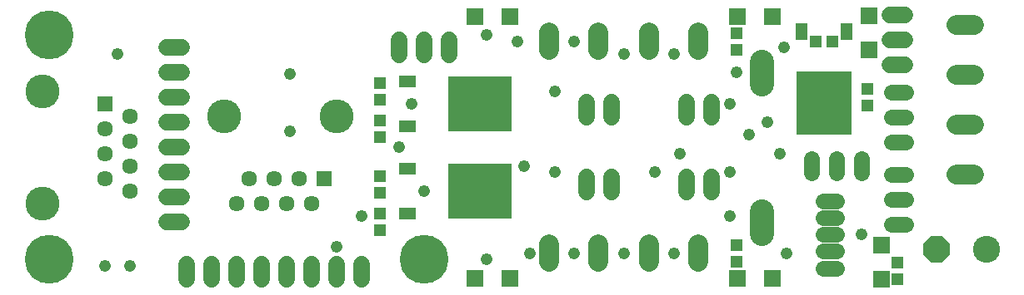
<source format=gts>
G75*
%MOIN*%
%OFA0B0*%
%FSLAX24Y24*%
%IPPOS*%
%LPD*%
%AMOC8*
5,1,8,0,0,1.08239X$1,22.5*
%
%ADD10C,0.1955*%
%ADD11C,0.1080*%
%ADD12OC8,0.1080*%
%ADD13C,0.0965*%
%ADD14C,0.0640*%
%ADD15C,0.0680*%
%ADD16R,0.0671X0.0671*%
%ADD17R,0.0513X0.0474*%
%ADD18R,0.2521X0.2206*%
%ADD19R,0.0710X0.0474*%
%ADD20C,0.0634*%
%ADD21R,0.0634X0.0634*%
%ADD22C,0.1360*%
%ADD23C,0.0785*%
%ADD24C,0.0634*%
%ADD25R,0.2206X0.2521*%
%ADD26R,0.0474X0.0710*%
%ADD27C,0.0476*%
D10*
X003454Y001883D03*
X018454Y001883D03*
X003454Y010883D03*
D11*
X040954Y002283D03*
D12*
X038954Y002283D03*
D13*
X031954Y002941D02*
X031954Y003826D01*
X031954Y008941D02*
X031954Y009826D01*
D14*
X037174Y008583D02*
X037734Y008583D01*
X037734Y007583D02*
X037174Y007583D01*
X037174Y006583D02*
X037734Y006583D01*
X035954Y005913D02*
X035954Y005353D01*
X034954Y005353D02*
X034954Y005913D01*
X033954Y005913D02*
X033954Y005353D01*
X037174Y005283D02*
X037734Y005283D01*
X037734Y004283D02*
X037174Y004283D01*
X037174Y003283D02*
X037734Y003283D01*
D15*
X029954Y004583D02*
X029954Y005183D01*
X028954Y005183D02*
X028954Y004583D01*
X025954Y004583D02*
X025954Y005183D01*
X024954Y005183D02*
X024954Y004583D01*
X024954Y007583D02*
X024954Y008183D01*
X025954Y008183D02*
X025954Y007583D01*
X028954Y007583D02*
X028954Y008183D01*
X029954Y008183D02*
X029954Y007583D01*
X037104Y009683D02*
X037704Y009683D01*
X037704Y010683D02*
X037104Y010683D01*
X037104Y011683D02*
X037704Y011683D01*
X019454Y010683D02*
X019454Y010083D01*
X018454Y010083D02*
X018454Y010683D01*
X017454Y010683D02*
X017454Y010083D01*
X008754Y010383D02*
X008154Y010383D01*
X008154Y009383D02*
X008754Y009383D01*
X008754Y008383D02*
X008154Y008383D01*
X008154Y007383D02*
X008754Y007383D01*
X008754Y006383D02*
X008154Y006383D01*
X008154Y005383D02*
X008754Y005383D01*
X008754Y004383D02*
X008154Y004383D01*
X008154Y003383D02*
X008754Y003383D01*
X008954Y001683D02*
X008954Y001083D01*
X009954Y001083D02*
X009954Y001683D01*
X010954Y001683D02*
X010954Y001083D01*
X011954Y001083D02*
X011954Y001683D01*
X012954Y001683D02*
X012954Y001083D01*
X013954Y001083D02*
X013954Y001683D01*
X014954Y001683D02*
X014954Y001083D01*
X015954Y001083D02*
X015954Y001683D01*
D16*
X020515Y001133D03*
X021893Y001133D03*
X031015Y001133D03*
X032393Y001133D03*
X036754Y001094D03*
X036754Y002472D03*
X036254Y010294D03*
X036254Y011672D03*
X032393Y011633D03*
X031015Y011633D03*
X021893Y011633D03*
X020515Y011633D03*
D17*
X016704Y008968D03*
X016704Y008299D03*
X016704Y007468D03*
X016704Y006799D03*
X016704Y005218D03*
X016704Y004549D03*
X016704Y003718D03*
X016704Y003049D03*
X030954Y002468D03*
X030954Y001799D03*
X037404Y001768D03*
X037404Y001099D03*
X036204Y008049D03*
X036204Y008718D03*
X030954Y010299D03*
X030954Y010968D03*
X034119Y010633D03*
X034788Y010633D03*
D18*
X020688Y008133D03*
X020688Y004633D03*
D19*
X017814Y003736D03*
X017814Y005531D03*
X017814Y007236D03*
X017814Y009031D03*
D20*
X013454Y005133D03*
X012454Y005133D03*
X011454Y005133D03*
X011954Y004133D03*
X012954Y004133D03*
X013954Y004133D03*
X010954Y004133D03*
X006704Y004633D03*
X005704Y005133D03*
X006704Y005633D03*
X005704Y006133D03*
X006704Y006633D03*
X005704Y007133D03*
X006704Y007633D03*
D21*
X005704Y008133D03*
X014454Y005133D03*
D22*
X014954Y007633D03*
X010454Y007633D03*
X003204Y008633D03*
X003204Y004133D03*
D23*
X023470Y002486D02*
X023470Y001781D01*
X025438Y001781D02*
X025438Y002486D01*
X027470Y002486D02*
X027470Y001781D01*
X029438Y001781D02*
X029438Y002486D01*
X039751Y005283D02*
X040456Y005283D01*
X040456Y007283D02*
X039751Y007283D01*
X039751Y009283D02*
X040456Y009283D01*
X040456Y011283D02*
X039751Y011283D01*
X029438Y010986D02*
X029438Y010281D01*
X027470Y010281D02*
X027470Y010986D01*
X025438Y010986D02*
X025438Y010281D01*
X023470Y010281D02*
X023470Y010986D01*
D24*
X034427Y004223D02*
X034981Y004223D01*
X034981Y003553D02*
X034427Y003553D01*
X034427Y002883D02*
X034981Y002883D01*
X034981Y002213D02*
X034427Y002213D01*
X034427Y001543D02*
X034981Y001543D01*
D25*
X034454Y008149D03*
D26*
X035351Y011023D03*
X033556Y011023D03*
D27*
X032854Y010383D03*
X030954Y009383D03*
X028454Y010133D03*
X026454Y010133D03*
X024454Y010633D03*
X022204Y010633D03*
X020954Y010883D03*
X023704Y008633D03*
X017954Y008133D03*
X013104Y007033D03*
X017454Y006383D03*
X018454Y004633D03*
X015954Y003633D03*
X014954Y002383D03*
X020954Y001883D03*
X022704Y002133D03*
X024454Y002133D03*
X026454Y002133D03*
X028454Y002133D03*
X030704Y003633D03*
X032954Y002133D03*
X035954Y002883D03*
X030704Y005383D03*
X032704Y006133D03*
X031454Y006883D03*
X032204Y007383D03*
X030704Y008133D03*
X028704Y006133D03*
X027704Y005383D03*
X023704Y005383D03*
X022454Y005633D03*
X013104Y009333D03*
X006204Y010133D03*
X006704Y001633D03*
X005704Y001633D03*
M02*

</source>
